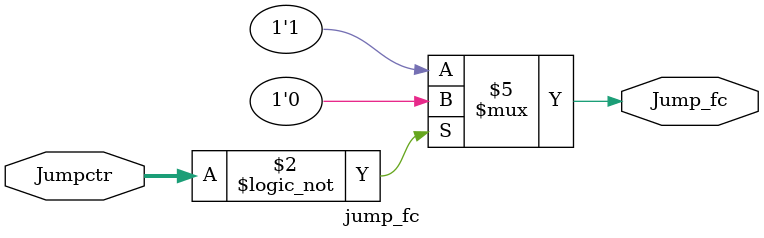
<source format=v>

module jump_fc (
    Jumpctr,
    Jump_fc
);

input[1:0] Jumpctr;
output reg Jump_fc;

initial begin
    Jump_fc=0;
end

always @(*) begin
    if(Jumpctr==2'b00)begin
        // 不跳转预测正确
        Jump_fc=0;
    end
    else begin
        Jump_fc=1;
    end
end

endmodule
</source>
